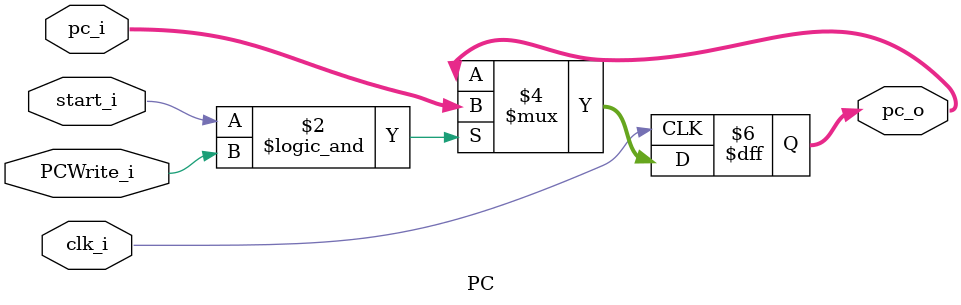
<source format=v>
module PC
(
    clk_i,
    start_i,
    PCWrite_i,
    pc_i,
    pc_o
);

// Ports
input               clk_i, start_i, PCWrite_i;
input   [31:0]      pc_i;
output  [31:0]      pc_o;

// Wires & Registers
reg     [31:0]      pc_o;


always@(posedge clk_i) begin
    if(start_i && PCWrite_i)
		pc_o <= pc_i;
	else
		pc_o <= pc_o;

end

endmodule

</source>
